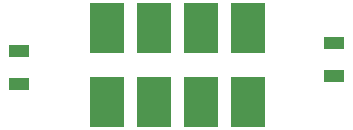
<source format=gbp>
%FSLAX25Y25*%
%MOIN*%
G70*
G01*
G75*
G04 Layer_Color=6049101*
%ADD10P,0.08352X4X360.0*%
%ADD11P,0.08352X4X270.0*%
%ADD12P,0.08352X4X75.0*%
%ADD13P,0.08352X4X115.0*%
%ADD14P,0.08352X4X155.0*%
%ADD15P,0.08352X4X195.0*%
%ADD16P,0.08352X4X235.0*%
%ADD17P,0.08352X4X275.0*%
%ADD18R,0.05906X0.05906*%
%ADD19P,0.08352X4X355.0*%
%ADD20P,0.08352X4X395.0*%
%ADD21R,0.05906X0.05906*%
%ADD22C,0.02500*%
%ADD23C,0.04000*%
%ADD24R,0.12205X0.17716*%
%ADD25R,0.08000X0.05000*%
%ADD26C,0.05000*%
%ADD27C,0.01000*%
%ADD28C,0.01200*%
%ADD29C,0.01500*%
%ADD30P,0.06937X4X360.0*%
%ADD31P,0.06937X4X270.0*%
%ADD32P,0.06937X4X75.0*%
%ADD33P,0.06937X4X115.0*%
%ADD34P,0.06937X4X155.0*%
%ADD35P,0.06937X4X195.0*%
%ADD36P,0.06937X4X235.0*%
%ADD37P,0.06937X4X275.0*%
%ADD38R,0.04906X0.04906*%
%ADD39P,0.06937X4X355.0*%
%ADD40P,0.06937X4X395.0*%
%ADD41R,0.04906X0.04906*%
%ADD42R,0.11205X0.16716*%
%ADD43R,0.07000X0.04000*%
D42*
X1376252Y1012106D02*
D03*
Y987500D02*
D03*
X1392000Y1012106D02*
D03*
X1407748D02*
D03*
X1423496D02*
D03*
X1392000Y987500D02*
D03*
X1407748D02*
D03*
X1423496D02*
D03*
D43*
X1347000Y1004500D02*
D03*
Y993500D02*
D03*
X1452000Y1007000D02*
D03*
Y996000D02*
D03*
M02*

</source>
